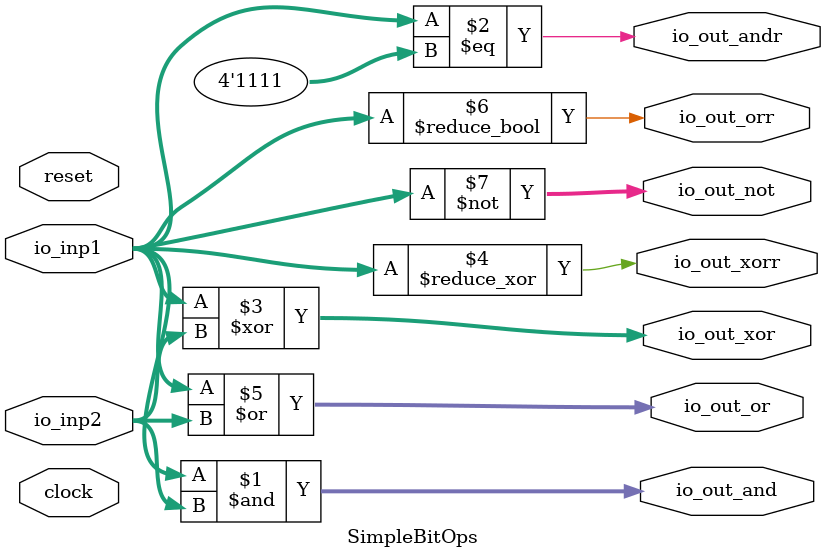
<source format=v>
module SimpleBitOps(
  input        clock,
  input        reset,
  input  [3:0] io_inp1,
  input  [3:0] io_inp2,
  output [3:0] io_out_and,
  output       io_out_andr,
  output [3:0] io_out_xor,
  output       io_out_xorr,
  output [3:0] io_out_or,
  output       io_out_orr,
  output [3:0] io_out_not
);
  assign io_out_and = io_inp1 & io_inp2; // @[SimpleBitOps.scala 32:14]
  assign io_out_andr = io_inp1 == 4'hf; // @[SimpleBitOps.scala 36:15]
  assign io_out_xor = io_inp1 ^ io_inp2; // @[SimpleBitOps.scala 33:14]
  assign io_out_xorr = ^io_inp1; // @[SimpleBitOps.scala 37:15]
  assign io_out_or = io_inp1 | io_inp2; // @[SimpleBitOps.scala 34:14]
  assign io_out_orr = io_inp1 != 4'h0; // @[SimpleBitOps.scala 38:15]
  assign io_out_not = ~io_inp1; // @[SimpleBitOps.scala 40:14]
endmodule

</source>
